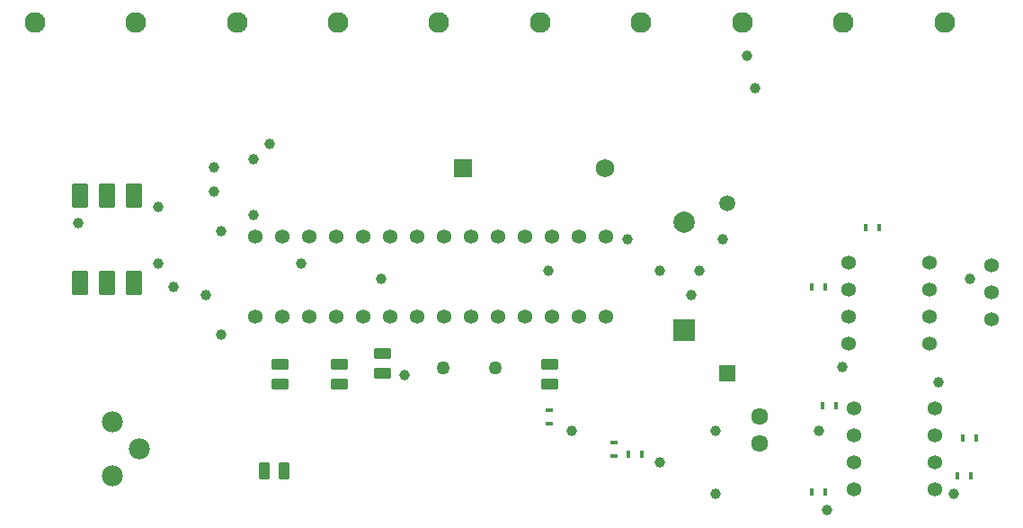
<source format=gts>
G04 Generated by Ultiboard 13.0 *
%FSLAX25Y25*%
%MOIN*%

%ADD10C,0.00001*%
%ADD11C,0.05337*%
%ADD12C,0.05000*%
%ADD13R,0.07874X0.07874*%
%ADD14C,0.07874*%
%ADD15C,0.05906*%
%ADD16R,0.05906X0.05906*%
%ADD17C,0.06334*%
%ADD18C,0.07699*%
%ADD19R,0.06900X0.06900*%
%ADD20C,0.06900*%
%ADD21C,0.03937*%
%ADD22R,0.04251X0.07334*%
%ADD23C,0.01666*%
%ADD24R,0.02251X0.04668*%
%ADD25R,0.04668X0.02251*%
%ADD26R,0.03150X0.01181*%
%ADD27R,0.01181X0.03150*%
%ADD28C,0.07834*%


G04 ColorRGB FF00CC for the following layer *
%LNSolder Mask Top*%
%LPD*%
G54D10*
G54D11*
X163000Y169039D03*
X173000Y169039D03*
X183000Y169039D03*
X193000Y169039D03*
X203000Y169039D03*
X213000Y169039D03*
X223000Y169039D03*
X233000Y169039D03*
X243000Y169039D03*
X253000Y169039D03*
X263000Y169039D03*
X273000Y169039D03*
X283000Y169039D03*
X293000Y169039D03*
X163000Y198961D03*
X173000Y198961D03*
X183000Y198961D03*
X193000Y198961D03*
X203000Y198961D03*
X213000Y198961D03*
X223000Y198961D03*
X233000Y198961D03*
X243000Y198961D03*
X253000Y198961D03*
X263000Y198961D03*
X273000Y198961D03*
X283000Y198961D03*
X293000Y198961D03*
X385039Y135000D03*
X414961Y125000D03*
X385039Y125000D03*
X385039Y115000D03*
X385039Y105000D03*
X414961Y135000D03*
X414961Y115000D03*
X414961Y105000D03*
X383039Y189000D03*
X412961Y169000D03*
X383039Y179000D03*
X383039Y169000D03*
X383039Y159000D03*
X412961Y189000D03*
X412961Y179000D03*
X412961Y159000D03*
X436000Y188000D03*
X436000Y178000D03*
X436000Y168000D03*
G54D12*
X252000Y150000D03*
X232833Y150000D03*
G54D13*
X322000Y164000D03*
G54D14*
X322000Y204000D03*
G54D15*
X338000Y210992D03*
G54D16*
X338000Y148000D03*
G54D17*
X350000Y122000D03*
X350000Y132000D03*
G54D18*
X81339Y278000D03*
X118819Y278000D03*
X156299Y278000D03*
X193780Y278000D03*
X231260Y278000D03*
X268740Y278000D03*
X306220Y278000D03*
X343701Y278000D03*
X381181Y278000D03*
X418661Y278000D03*
G54D19*
X240000Y224000D03*
G54D20*
X292756Y224000D03*
G54D21*
X348425Y253937D03*
X132874Y180118D03*
X416339Y144685D03*
X422244Y103346D03*
X218504Y147638D03*
X147638Y224409D03*
X336614Y197835D03*
X168307Y233268D03*
X209646Y183071D03*
X428150Y183071D03*
X162402Y206693D03*
X150591Y200787D03*
X312992Y186024D03*
X271654Y186024D03*
X380906Y150591D03*
X327756Y186024D03*
X333661Y126969D03*
X333661Y103346D03*
X312992Y115157D03*
X280512Y126969D03*
X162402Y227362D03*
X180118Y188976D03*
X144685Y177165D03*
X375000Y97441D03*
X324803Y177165D03*
X301181Y197835D03*
X147638Y215551D03*
X126969Y209646D03*
X97441Y203740D03*
X372047Y126969D03*
X126969Y188976D03*
X345472Y265748D03*
X150591Y162402D03*
G54D22*
X98000Y181750D03*
X98000Y214250D03*
X108000Y214250D03*
X118000Y214250D03*
X118000Y181750D03*
X108000Y181750D03*
G54D23*
X95875Y178083D02*
X100125Y178083D01*
X100125Y185417D01*
X95875Y185417D01*
X95875Y178083D01*D02*
X95875Y210583D02*
X100125Y210583D01*
X100125Y217917D01*
X95875Y217917D01*
X95875Y210583D01*D02*
X105875Y210583D02*
X110125Y210583D01*
X110125Y217917D01*
X105875Y217917D01*
X105875Y210583D01*D02*
X115875Y210583D02*
X120125Y210583D01*
X120125Y217917D01*
X115875Y217917D01*
X115875Y210583D01*D02*
X115875Y178083D02*
X120125Y178083D01*
X120125Y185417D01*
X115875Y185417D01*
X115875Y178083D01*D02*
X105875Y178083D02*
X110125Y178083D01*
X110125Y185417D01*
X105875Y185417D01*
X105875Y178083D01*D02*
X172542Y109666D02*
X174792Y109666D01*
X174792Y114334D01*
X172542Y114334D01*
X172542Y109666D01*D02*
X165208Y109666D02*
X167458Y109666D01*
X167458Y114334D01*
X165208Y114334D01*
X165208Y109666D01*D02*
X191666Y150542D02*
X196334Y150542D01*
X196334Y152792D01*
X191666Y152792D01*
X191666Y150542D01*D02*
X191666Y143208D02*
X196334Y143208D01*
X196334Y145458D01*
X191666Y145458D01*
X191666Y143208D01*D02*
X169666Y150542D02*
X174334Y150542D01*
X174334Y152792D01*
X169666Y152792D01*
X169666Y150542D01*D02*
X169666Y143208D02*
X174334Y143208D01*
X174334Y145458D01*
X169666Y145458D01*
X169666Y143208D01*D02*
X207666Y147208D02*
X212334Y147208D01*
X212334Y149458D01*
X207666Y149458D01*
X207666Y147208D01*D02*
X207666Y154542D02*
X212334Y154542D01*
X212334Y156792D01*
X207666Y156792D01*
X207666Y154542D01*D02*
X269666Y150542D02*
X274334Y150542D01*
X274334Y152792D01*
X269666Y152792D01*
X269666Y150542D01*D02*
X269666Y143208D02*
X274334Y143208D01*
X274334Y145458D01*
X269666Y145458D01*
X269666Y143208D01*D02*
G54D24*
X173667Y112000D03*
X166333Y112000D03*
G54D25*
X194000Y151667D03*
X194000Y144333D03*
X172000Y151667D03*
X172000Y144333D03*
X210000Y148333D03*
X210000Y155667D03*
X272000Y151667D03*
X272000Y144333D03*
G54D26*
X295999Y122557D03*
X296001Y117443D03*
X271999Y134557D03*
X272001Y129443D03*
G54D27*
X306557Y118001D03*
X301443Y117999D03*
X369443Y179999D03*
X374557Y180001D03*
X389443Y201999D03*
X394557Y202001D03*
X373443Y135999D03*
X378557Y136001D03*
X423443Y109999D03*
X428557Y110001D03*
X369443Y103999D03*
X374557Y104001D03*
X425443Y123999D03*
X430557Y124001D03*
G54D28*
X120000Y120000D03*
X110000Y110000D03*
X110000Y130000D03*

M02*

</source>
